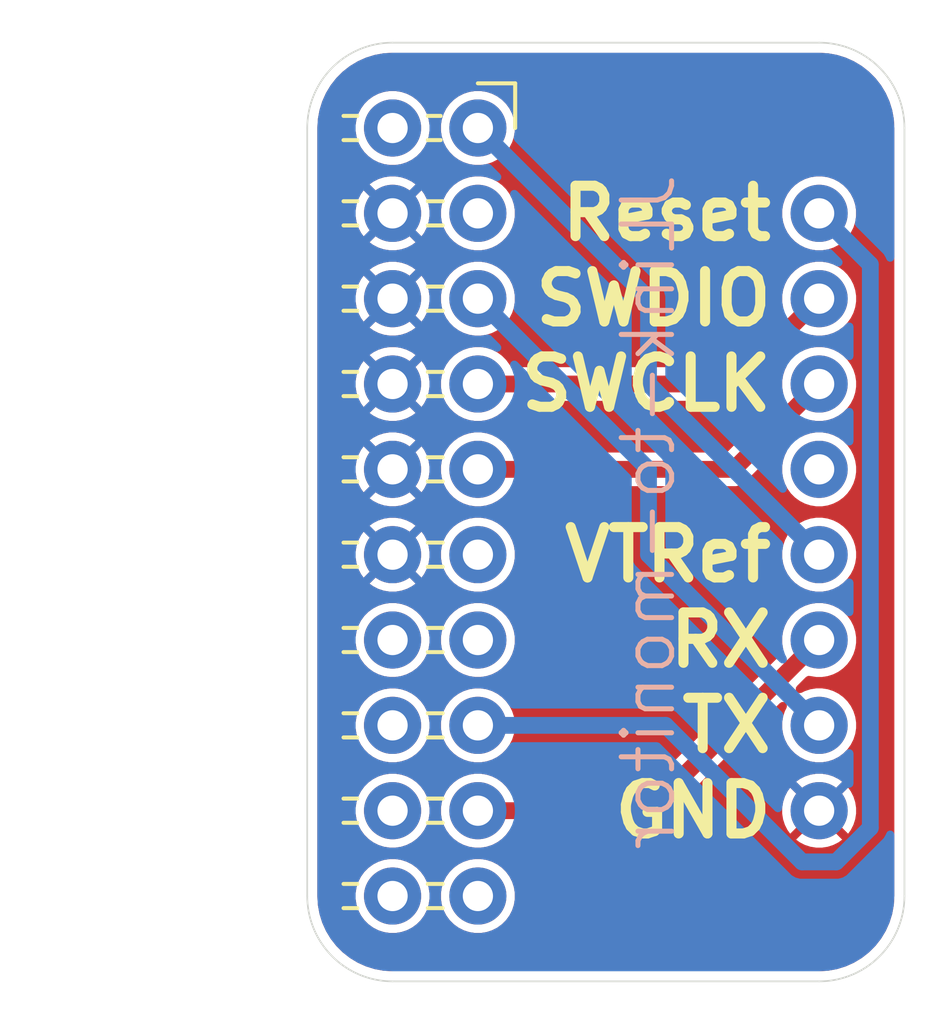
<source format=kicad_pcb>
(kicad_pcb (version 20241229) (generator "pcbnew") (generator_version "9.0")
  (layers (0 "F.Cu" signal) (2 "B.Cu" signal) (13 "F.Paste" user) (15 "B.Paste" user) (5 "F.SilkS" user "F.Silkscreen") (7 "B.SilkS" user "B.Silkscreen") (1 "F.Mask" user) (3 "B.Mask" user) (25 "Edge.Cuts" user))
  (net 0 "")
  (net 1 "/SWO")
  (net 2 "GND")
  (net 4 "/RESET")
  (net 6 "/SWCLK")
  (net 7 "/VTRef")
  (net 10 "/JL_TX")
  (net 13 "/SWDIO")
  (net 16 "/JL_RX")
  (footprint "Parts:PinSocket_2x10_P2.54mm_Horizontal" (layer "F.Cu") (at 50.8 50.8)
    (property "Reference" "J1" (hide yes))
    (property "Value" "Conn_02x10_Odd_Even")
    (fp_line (start -4 -0.36) (end -3.59 -0.36) (stroke (width 0.12)) (layer "F.SilkS"))
    (fp_line (start -4 0.36) (end -3.59 0.36) (stroke (width 0.12)) (layer "F.SilkS"))
    (fp_line (start -4 2.18) (end -3.59 2.18) (stroke (width 0.12)) (layer "F.SilkS"))
    (fp_line (start -4 2.9) (end -3.59 2.9) (stroke (width 0.12)) (layer "F.SilkS"))
    (fp_line (start -4 4.72) (end -3.59 4.72) (stroke (width 0.12)) (layer "F.SilkS"))
    (fp_line (start -4 5.44) (end -3.59 5.44) (stroke (width 0.12)) (layer "F.SilkS"))
    (fp_line (start -4 7.26) (end -3.59 7.26) (stroke (width 0.12)) (layer "F.SilkS"))
    (fp_line (start -4 7.98) (end -3.59 7.98) (stroke (width 0.12)) (layer "F.SilkS"))
    (fp_line (start -4 9.8) (end -3.59 9.8) (stroke (width 0.12)) (layer "F.SilkS"))
    (fp_line (start -4 10.52) (end -3.59 10.52) (stroke (width 0.12)) (layer "F.SilkS"))
    (fp_line (start -4 12.34) (end -3.59 12.34) (stroke (width 0.12)) (layer "F.SilkS"))
    (fp_line (start -4 13.06) (end -3.59 13.06) (stroke (width 0.12)) (layer "F.SilkS"))
    (fp_line (start -4 14.88) (end -3.59 14.88) (stroke (width 0.12)) (layer "F.SilkS"))
    (fp_line (start -4 15.6) (end -3.59 15.6) (stroke (width 0.12)) (layer "F.SilkS"))
    (fp_line (start -4 17.42) (end -3.59 17.42) (stroke (width 0.12)) (layer "F.SilkS"))
    (fp_line (start -4 18.14) (end -3.59 18.14) (stroke (width 0.12)) (layer "F.SilkS"))
    (fp_line (start -4 19.96) (end -3.59 19.96) (stroke (width 0.12)) (layer "F.SilkS"))
    (fp_line (start -4 20.68) (end -3.59 20.68) (stroke (width 0.12)) (layer "F.SilkS"))
    (fp_line (start -4 22.5) (end -3.59 22.5) (stroke (width 0.12)) (layer "F.SilkS"))
    (fp_line (start -4 23.22) (end -3.59 23.22) (stroke (width 0.12)) (layer "F.SilkS"))
    (fp_line (start -1.49 -0.36) (end -1.11 -0.36) (stroke (width 0.12)) (layer "F.SilkS"))
    (fp_line (start -1.49 0.36) (end -1.11 0.36) (stroke (width 0.12)) (layer "F.SilkS"))
    (fp_line (start -1.49 2.18) (end -1.05 2.18) (stroke (width 0.12)) (layer "F.SilkS"))
    (fp_line (start -1.49 2.9) (end -1.05 2.9) (stroke (width 0.12)) (layer "F.SilkS"))
    (fp_line (start -1.49 4.72) (end -1.05 4.72) (stroke (width 0.12)) (layer "F.SilkS"))
    (fp_line (start -1.49 5.44) (end -1.05 5.44) (stroke (width 0.12)) (layer "F.SilkS"))
    (fp_line (start -1.49 7.26) (end -1.05 7.26) (stroke (width 0.12)) (layer "F.SilkS"))
    (fp_line (start -1.49 7.98) (end -1.05 7.98) (stroke (width 0.12)) (layer "F.SilkS"))
    (fp_line (start -1.49 9.8) (end -1.05 9.8) (stroke (width 0.12)) (layer "F.SilkS"))
    (fp_line (start -1.49 10.52) (end -1.05 10.52) (stroke (width 0.12)) (layer "F.SilkS"))
    (fp_line (start -1.49 12.34) (end -1.05 12.34) (stroke (width 0.12)) (layer "F.SilkS"))
    (fp_line (start -1.49 13.06) (end -1.05 13.06) (stroke (width 0.12)) (layer "F.SilkS"))
    (fp_line (start -1.49 14.88) (end -1.05 14.88) (stroke (width 0.12)) (layer "F.SilkS"))
    (fp_line (start -1.49 15.6) (end -1.05 15.6) (stroke (width 0.12)) (layer "F.SilkS"))
    (fp_line (start -1.49 17.42) (end -1.05 17.42) (stroke (width 0.12)) (layer "F.SilkS"))
    (fp_line (start -1.49 18.14) (end -1.05 18.14) (stroke (width 0.12)) (layer "F.SilkS"))
    (fp_line (start -1.49 19.96) (end -1.05 19.96) (stroke (width 0.12)) (layer "F.SilkS"))
    (fp_line (start -1.49 20.68) (end -1.05 20.68) (stroke (width 0.12)) (layer "F.SilkS"))
    (fp_line (start -1.49 22.5) (end -1.05 22.5) (stroke (width 0.12)) (layer "F.SilkS"))
    (fp_line (start -1.49 23.22) (end -1.05 23.22) (stroke (width 0.12)) (layer "F.SilkS"))
    (fp_line (start 0 -1.33) (end 1.11 -1.33) (stroke (width 0.12)) (layer "F.SilkS"))
    (fp_line (start 1.11 -1.33) (end 1.11 0) (stroke (width 0.12)) (layer "F.SilkS"))
    (pad "1" thru_hole circle (at 0 0) (size 1.7 1.7) (drill 0.9) (layers "*.Cu" "*.Mask") (net 7 "/VTRef"))
    (pad "2" thru_hole circle (at -2.54 0) (size 1.7 1.7) (drill 0.9) (layers "*.Cu" "*.Mask"))
    (pad "3" thru_hole circle (at 0 2.54) (size 1.7 1.7) (drill 0.9) (layers "*.Cu" "*.Mask"))
    (pad "4" thru_hole circle (at -2.54 2.54) (size 1.7 1.7) (drill 0.9) (layers "*.Cu" "*.Mask") (net 2 "GND"))
    (pad "5" thru_hole circle (at 0 5.08) (size 1.7 1.7) (drill 0.9) (layers "*.Cu" "*.Mask") (net 10 "/JL_TX"))
    (pad "6" thru_hole circle (at -2.54 5.08) (size 1.7 1.7) (drill 0.9) (layers "*.Cu" "*.Mask") (net 2 "GND"))
    (pad "7" thru_hole circle (at 0 7.62) (size 1.7 1.7) (drill 0.9) (layers "*.Cu" "*.Mask") (net 13 "/SWDIO"))
    (pad "8" thru_hole circle (at -2.54 7.62) (size 1.7 1.7) (drill 0.9) (layers "*.Cu" "*.Mask") (net 2 "GND"))
    (pad "9" thru_hole circle (at 0 10.16) (size 1.7 1.7) (drill 0.9) (layers "*.Cu" "*.Mask") (net 6 "/SWCLK"))
    (pad "10" thru_hole circle (at -2.54 10.16) (size 1.7 1.7) (drill 0.9) (layers "*.Cu" "*.Mask") (net 2 "GND"))
    (pad "11" thru_hole circle (at 0 12.7) (size 1.7 1.7) (drill 0.9) (layers "*.Cu" "*.Mask"))
    (pad "12" thru_hole circle (at -2.54 12.7) (size 1.7 1.7) (drill 0.9) (layers "*.Cu" "*.Mask") (net 2 "GND"))
    (pad "13" thru_hole circle (at 0 15.24) (size 1.7 1.7) (drill 0.9) (layers "*.Cu" "*.Mask") (net 1 "/SWO"))
    (pad "14" thru_hole circle (at -2.54 15.24) (size 1.7 1.7) (drill 0.9) (layers "*.Cu" "*.Mask"))
    (pad "15" thru_hole circle (at 0 17.78) (size 1.7 1.7) (drill 0.9) (layers "*.Cu" "*.Mask") (net 4 "/RESET"))
    (pad "16" thru_hole circle (at -2.54 17.78) (size 1.7 1.7) (drill 0.9) (layers "*.Cu" "*.Mask"))
    (pad "17" thru_hole circle (at 0 20.32) (size 1.7 1.7) (drill 0.9) (layers "*.Cu" "*.Mask") (net 16 "/JL_RX"))
    (pad "18" thru_hole circle (at -2.54 20.32) (size 1.7 1.7) (drill 0.9) (layers "*.Cu" "*.Mask"))
    (pad "19" thru_hole circle (at 0 22.86) (size 1.7 1.7) (drill 0.9) (layers "*.Cu" "*.Mask"))
    (pad "20" thru_hole circle (at -2.54 22.86) (size 1.7 1.7) (drill 0.9) (layers "*.Cu" "*.Mask"))
  )
  (footprint "Parts:PinHeader_1x08_P2.54mm_Vertical" (layer "F.Cu") (at 60.96 53.34)
    (property "Reference" "J2" (hide yes))
    (property "Value" "Debug")
    (pad "1" thru_hole circle (at 0 0) (size 1.7 1.7) (drill 0.9) (layers "*.Cu" "*.Mask") (net 4 "/RESET"))
    (pad "2" thru_hole circle (at 0 2.54) (size 1.7 1.7) (drill 0.9) (layers "*.Cu" "*.Mask") (net 13 "/SWDIO"))
    (pad "3" thru_hole circle (at 0 5.08) (size 1.7 1.7) (drill 0.9) (layers "*.Cu" "*.Mask") (net 6 "/SWCLK"))
    (pad "4" thru_hole circle (at 0 7.62) (size 1.7 1.7) (drill 0.9) (layers "*.Cu" "*.Mask"))
    (pad "5" thru_hole circle (at 0 10.16) (size 1.7 1.7) (drill 0.9) (layers "*.Cu" "*.Mask") (net 7 "/VTRef"))
    (pad "6" thru_hole circle (at 0 12.7) (size 1.7 1.7) (drill 0.9) (layers "*.Cu" "*.Mask") (net 16 "/JL_RX"))
    (pad "7" thru_hole circle (at 0 15.24) (size 1.7 1.7) (drill 0.9) (layers "*.Cu" "*.Mask") (net 10 "/JL_TX"))
    (pad "8" thru_hole circle (at 0 17.78) (size 1.7 1.7) (drill 0.9) (layers "*.Cu" "*.Mask") (net 2 "GND"))
  )
  (gr_arc (start 45.72 50.8) (mid 46.463949 49.003949) (end 48.26 48.26) (stroke (width 0.05)) (layer "Edge.Cuts"))
  (gr_line (start 48.26 76.2) (end 60.96 76.2) (stroke (width 0.05)) (layer "Edge.Cuts"))
  (gr_line (start 45.72 50.8) (end 45.72 73.66) (stroke (width 0.05)) (layer "Edge.Cuts"))
  (gr_line (start 60.96 48.26) (end 48.26 48.26) (stroke (width 0.05)) (layer "Edge.Cuts"))
  (gr_arc (start 48.26 76.2) (mid 46.463949 75.456051) (end 45.72 73.66) (stroke (width 0.05)) (layer "Edge.Cuts"))
  (gr_arc (start 60.96 48.26) (mid 62.756051 49.003949) (end 63.5 50.8) (stroke (width 0.05)) (layer "Edge.Cuts"))
  (gr_arc (start 63.5 73.66) (mid 62.756051 75.456051) (end 60.96 76.2) (stroke (width 0.05)) (layer "Edge.Cuts"))
  (gr_line (start 63.5 73.66) (end 63.5 50.8) (stroke (width 0.05)) (layer "Edge.Cuts"))
  (gr_text "SWDIO" (at 59.69 55.88 0) (layer "F.SilkS") (effects (font (size 1.5 1.5) (thickness 0.3)) (justify right)))
  (gr_text "SWCLK" (at 59.69 58.42 0) (layer "F.SilkS") (effects (font (size 1.5 1.5) (thickness 0.3)) (justify right)))
  (gr_text "VTRef" (at 59.69 63.5 0) (layer "F.SilkS") (effects (font (size 1.5 1.5) (thickness 0.3)) (justify right)))
  (gr_text "GND" (at 59.69 71.12 0) (layer "F.SilkS") (effects (font (size 1.5 1.5) (thickness 0.3)) (justify right)))
  (gr_text "RX" (at 59.69 66.04 0) (layer "F.SilkS") (effects (font (size 1.5 1.5) (thickness 0.3)) (justify right)))
  (gr_text "Reset\n" (at 59.69 53.34 0) (layer "F.SilkS") (effects (font (size 1.5 1.5) (thickness 0.3)) (justify right)))
  (gr_text "TX" (at 59.69 68.58 0) (layer "F.SilkS") (effects (font (size 1.5 1.5) (thickness 0.3)) (justify right)))
  (gr_text "JLink-to-monitor" (at 55.88 62.23 90) (layer "B.SilkS") (effects (font (size 1.5 1.5)) (justify mirror)))
  (segment (start 60.96 71.12) (end 61.07 71.12) (width 0.3) (layer "F.Cu") (net 2))
  (segment (start 60.452 72.644) (end 61.468 72.644) (width 0.5) (layer "B.Cu") (net 4))
  (segment (start 62.484 71.628) (end 62.484 54.864) (width 0.5) (layer "B.Cu") (net 4))
  (segment (start 50.8 68.58) (end 56.388 68.58) (width 0.5) (layer "B.Cu") (net 4))
  (segment (start 61.468 72.644) (end 62.484 71.628) (width 0.5) (layer "B.Cu") (net 4))
  (segment (start 62.484 54.864) (end 60.96 53.34) (width 0.5) (layer "B.Cu") (net 4))
  (segment (start 56.388 68.58) (end 60.452 72.644) (width 0.5) (layer "B.Cu") (net 4))
  (segment (start 58.42 60.96) (end 60.96 58.42) (width 0.5) (layer "F.Cu") (net 6))
  (segment (start 50.8 60.96) (end 58.42 60.96) (width 0.5) (layer "F.Cu") (net 6))
  (segment (start 55.88 55.88) (end 55.88 58.42) (width 0.5) (layer "B.Cu") (net 7))
  (segment (start 50.8 50.8) (end 55.88 55.88) (width 0.5) (layer "B.Cu") (net 7))
  (segment (start 55.88 58.42) (end 60.96 63.5) (width 0.5) (layer "B.Cu") (net 7))
  (segment (start 60.96 68.58) (end 61.07 68.58) (width 0.3) (layer "F.Cu") (net 10))
  (segment (start 50.8 55.88) (end 55.88 60.96) (width 0.5) (layer "B.Cu") (net 10))
  (segment (start 55.88 60.96) (end 55.88 63.5) (width 0.5) (layer "B.Cu") (net 10))
  (segment (start 55.88 63.5) (end 60.96 68.58) (width 0.5) (layer "B.Cu") (net 10))
  (segment (start 50.8 58.42) (end 58.42 58.42) (width 0.5) (layer "F.Cu") (net 13))
  (segment (start 58.42 58.42) (end 60.96 55.88) (width 0.5) (layer "F.Cu") (net 13))
  (segment (start 50.8 71.12) (end 55.88 71.12) (width 0.5) (layer "F.Cu") (net 16))
  (segment (start 55.88 71.12) (end 60.96 66.04) (width 0.5) (layer "F.Cu") (net 16))
  (zone (net 2) (net_name "GND") (layers "F.Cu" "B.Cu") (name "Ground") (connect_pads (clearance 0.25)) (min_thickness 0.25) (fill yes (thermal_gap 0.25) (thermal_bridge_width 0.25))
    (polygon (pts (xy 43.18 46.99) (xy 64.77 46.99) (xy 64.77 77.47) (xy 43.18 77.47)))
  )
)
</source>
